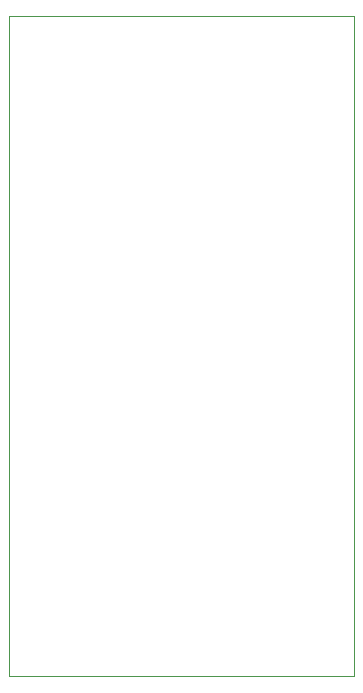
<source format=gbr>
%TF.GenerationSoftware,KiCad,Pcbnew,(5.1.9)-1*%
%TF.CreationDate,2021-10-31T23:11:17+08:00*%
%TF.ProjectId,PinRemapInterposer,50696e52-656d-4617-9049-6e746572706f,rev?*%
%TF.SameCoordinates,Original*%
%TF.FileFunction,Profile,NP*%
%FSLAX46Y46*%
G04 Gerber Fmt 4.6, Leading zero omitted, Abs format (unit mm)*
G04 Created by KiCad (PCBNEW (5.1.9)-1) date 2021-10-31 23:11:17*
%MOMM*%
%LPD*%
G01*
G04 APERTURE LIST*
%TA.AperFunction,Profile*%
%ADD10C,0.050000*%
%TD*%
G04 APERTURE END LIST*
D10*
X156210000Y-165100000D02*
X127000000Y-165100000D01*
X156210000Y-109220000D02*
X156210000Y-165100000D01*
X127000000Y-109220000D02*
X156210000Y-109220000D01*
X127000000Y-165100000D02*
X127000000Y-109220000D01*
M02*

</source>
